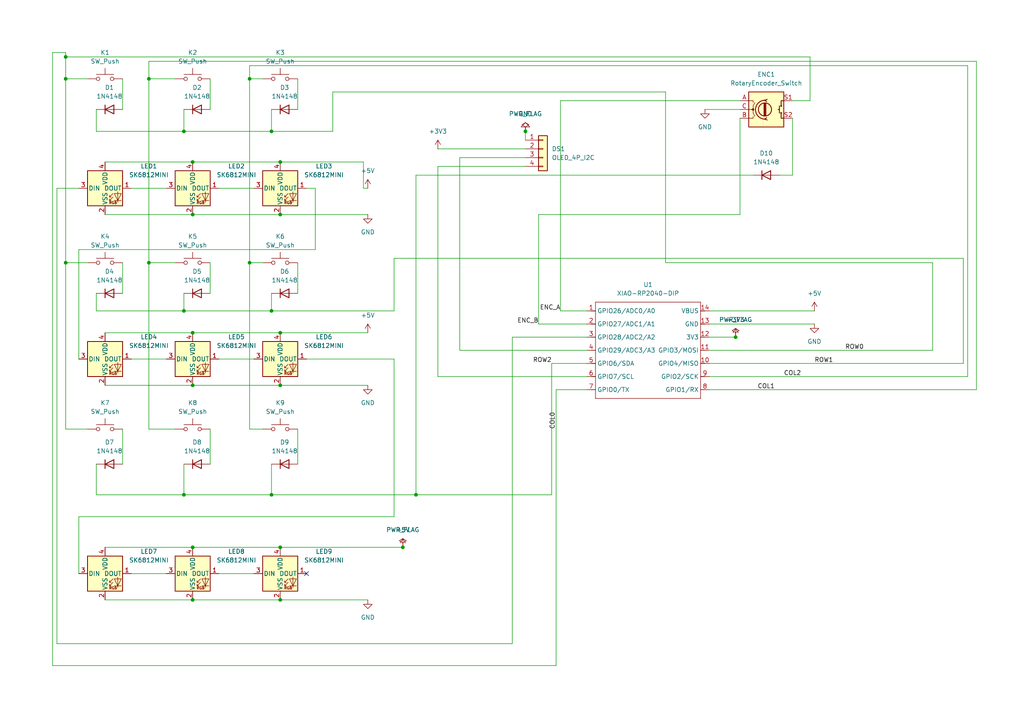
<source format=kicad_sch>
(kicad_sch (version 20250114) (generator "eeschema") (generator_version "9.0")
  (paper "A4")
  (lib_symbols
    (symbol "Connector_Generic:Conn_01x04" (pin_names (offset 1.016) (hide yes))
      (property "Reference" "DS1" (at 2.54 0.0001 0))
      (property "Value" "OLED_4P_I2C" (at 2.54 -2.5399 0))
      (symbol "Conn_01x04_1_1"
        (rectangle (start -1.27 3.81) (end 1.27 -6.35) (stroke (width 0.254)) (fill (type background)))
        (rectangle (start -1.27 2.667) (end 0 2.413) (stroke (width 0.1524)))
        (rectangle (start -1.27 0.127) (end 0 -0.127) (stroke (width 0.1524)))
        (rectangle (start -1.27 -2.413) (end 0 -2.667) (stroke (width 0.1524)))
        (rectangle (start -1.27 -4.953) (end 0 -5.207) (stroke (width 0.1524)))
        (pin passive line (at -5.08 2.54 0) (length 3.81) (name "GND") (number "1"))
        (pin passive line (at -5.08 0 0) (length 3.81) (name "VCC") (number "2"))
        (pin passive line (at -5.08 -2.54 0) (length 3.81) (name "SCL") (number "3"))
        (pin passive line (at -5.08 -5.08 0) (length 3.81) (name "SDA") (number "4"))
      )
    )
    (symbol "Device:RotaryEncoder_Switch" (pin_names (offset 0.254) (hide yes))
      (property "Reference" "SW" (at 0 6.604 0))
      (property "Value" "RotaryEncoder_Switch" (at 0 -6.604 0))
      (symbol "RotaryEncoder_Switch_0_1"
        (rectangle (start -5.08 5.08) (end 5.08 -5.08) (stroke (width 0.254)) (fill (type background)))
        (polyline (pts (xy -5.08 2.54) (xy -3.81 2.54) (xy -3.81 2.032)))
        (polyline (pts (xy -5.08 0) (xy -3.81 0) (xy -3.81 -1.016) (xy -3.302 -2.032)))
        (polyline (pts (xy -5.08 -2.54) (xy -3.81 -2.54) (xy -3.81 -2.032)))
        (polyline (pts (xy -4.318 0) (xy -3.81 0) (xy -3.81 1.016) (xy -3.302 2.032)))
        (circle (center -3.81 0) (radius 0.254) (fill (type outline)))
        (polyline (pts (xy -0.635 -1.778) (xy -0.635 1.778)) (stroke (width 0.254)))
        (circle (center -0.381 0) (radius 1.905) (stroke (width 0.254)))
        (polyline (pts (xy -0.381 -1.778) (xy -0.381 1.778)) (stroke (width 0.254)))
        (arc (start -0.381 -2.794) (mid -3.0988 -0.0635) (end -0.381 2.667) (stroke (width 0.254)))
        (polyline (pts (xy -0.127 1.778) (xy -0.127 -1.778)) (stroke (width 0.254)))
        (polyline (pts (xy 0.254 2.921) (xy -0.508 2.667) (xy 0.127 2.286)) (stroke (width 0.254)))
        (polyline (pts (xy 0.254 -3.048) (xy -0.508 -2.794) (xy 0.127 -2.413)) (stroke (width 0.254)))
        (polyline (pts (xy 3.81 1.016) (xy 3.81 -1.016)) (stroke (width 0.254)))
        (polyline (pts (xy 3.81 0) (xy 3.429 0)) (stroke (width 0.254)))
        (circle (center 4.318 1.016) (radius 0.127) (stroke (width 0.254)))
        (circle (center 4.318 -1.016) (radius 0.127) (stroke (width 0.254)))
        (polyline (pts (xy 5.08 2.54) (xy 4.318 2.54) (xy 4.318 1.016)) (stroke (width 0.254)))
        (polyline (pts (xy 5.08 -2.54) (xy 4.318 -2.54) (xy 4.318 -1.016)) (stroke (width 0.254)))
      )
      (symbol "RotaryEncoder_Switch_1_1"
        (pin passive line (at -7.62 2.54 0) (length 2.54) (name "A") (number "A"))
        (pin passive line (at -7.62 0 0) (length 2.54) (name "C") (number "C"))
        (pin passive line (at -7.62 -2.54 0) (length 2.54) (name "B") (number "B"))
        (pin passive line (at 7.62 2.54 180) (length 2.54) (name "S1") (number "S1"))
        (pin passive line (at 7.62 -2.54 180) (length 2.54) (name "S2") (number "S2"))
      )
    )
    (symbol "Diode:1N4148" (pin_numbers (hide yes)) (pin_names (hide yes))
      (property "Reference" "D" (at 0 2.54 0))
      (property "Value" "1N4148" (at 0 -2.54 0))
      (symbol "1N4148_0_1"
        (polyline (pts (xy -1.27 1.27) (xy -1.27 -1.27)) (stroke (width 0.254)))
        (polyline (pts (xy 1.27 1.27) (xy 1.27 -1.27) (xy -1.27 0) (xy 1.27 1.27)) (stroke (width 0.254)))
        (polyline (pts (xy 1.27 0) (xy -1.27 0)))
      )
      (symbol "1N4148_1_1"
        (pin passive line (at -3.81 0 0) (length 2.54) (name "K") (number "1"))
        (pin passive line (at 3.81 0 180) (length 2.54) (name "A") (number "2"))
      )
    )
    (symbol "LED:SK6812MINI" (pin_names (offset 0.254))
      (property "Reference" "D" (at 5.08 5.715 0))
      (property "Value" "SK6812MINI" (at 1.27 -5.715 0))
      (symbol "SK6812MINI_0_0"
        (text "RGB" (at 2.286 -4.191 0) (effects (font (size 0.762 0.762))))
      )
      (symbol "SK6812MINI_0_1"
        (polyline (pts (xy 1.27 -2.54) (xy 1.778 -2.54)))
        (polyline (pts (xy 1.27 -3.556) (xy 1.778 -3.556)))
        (polyline (pts (xy 2.286 -1.524) (xy 1.27 -2.54) (xy 1.27 -2.032)))
        (polyline (pts (xy 2.286 -2.54) (xy 1.27 -3.556) (xy 1.27 -3.048)))
        (polyline (pts (xy 3.683 -1.016) (xy 3.683 -3.556) (xy 3.683 -4.064)))
        (polyline (pts (xy 4.699 -1.524) (xy 2.667 -1.524) (xy 3.683 -3.556) (xy 4.699 -1.524)))
        (polyline (pts (xy 4.699 -3.556) (xy 2.667 -3.556)))
        (rectangle (start 5.08 5.08) (end -5.08 -5.08) (stroke (width 0.254)) (fill (type background)))
      )
      (symbol "SK6812MINI_1_1"
        (pin input line (at -7.62 0 0) (length 2.54) (name "DIN") (number "3"))
        (pin power_in line (at 0 7.62 270) (length 2.54) (name "VDD") (number "4"))
        (pin power_in line (at 0 -7.62 90) (length 2.54) (name "VSS") (number "2"))
        (pin output line (at 7.62 0 180) (length 2.54) (name "DOUT") (number "1"))
      )
    )
    (symbol "OPL:XIAO-RP2040-DIP"
      (property "Reference" "U" (at 0 0 0))
      (property "Value" "XIAO-RP2040-DIP" (at 5.334 -1.778 0))
      (symbol "XIAO-RP2040-DIP_1_0"
        (polyline (pts (xy -1.27 -2.54) (xy 29.21 -2.54)) (stroke (width 0.1524)))
        (polyline (pts (xy -1.27 -5.08) (xy -2.54 -5.08)) (stroke (width 0.1524)))
        (polyline (pts (xy -1.27 -5.08) (xy -1.27 -2.54)) (stroke (width 0.1524)))
        (polyline (pts (xy -1.27 -8.89) (xy -2.54 -8.89)) (stroke (width 0.1524)))
        (polyline (pts (xy -1.27 -8.89) (xy -1.27 -5.08)) (stroke (width 0.1524)))
        (polyline (pts (xy -1.27 -12.7) (xy -2.54 -12.7)) (stroke (width 0.1524)))
        (polyline (pts (xy -1.27 -12.7) (xy -1.27 -8.89)) (stroke (width 0.1524)))
        (polyline (pts (xy -1.27 -16.51) (xy -2.54 -16.51)) (stroke (width 0.1524)))
        (polyline (pts (xy -1.27 -16.51) (xy -1.27 -12.7)) (stroke (width 0.1524)))
        (polyline (pts (xy -1.27 -20.32) (xy -2.54 -20.32)) (stroke (width 0.1524)))
        (polyline (pts (xy -1.27 -24.13) (xy -2.54 -24.13)) (stroke (width 0.1524)))
        (polyline (pts (xy -1.27 -27.94) (xy -2.54 -27.94)) (stroke (width 0.1524)))
        (polyline (pts (xy -1.27 -30.48) (xy -1.27 -16.51)) (stroke (width 0.1524)))
        (polyline (pts (xy 29.21 -2.54) (xy 29.21 -5.08)) (stroke (width 0.1524)))
        (polyline (pts (xy 29.21 -5.08) (xy 29.21 -8.89)) (stroke (width 0.1524)))
        (polyline (pts (xy 29.21 -8.89) (xy 29.21 -12.7)) (stroke (width 0.1524)))
        (polyline (pts (xy 29.21 -12.7) (xy 29.21 -30.48)) (stroke (width 0.1524)))
        (polyline (pts (xy 29.21 -30.48) (xy -1.27 -30.48)) (stroke (width 0.1524)))
        (polyline (pts (xy 30.48 -5.08) (xy 29.21 -5.08)) (stroke (width 0.1524)))
        (polyline (pts (xy 30.48 -8.89) (xy 29.21 -8.89)) (stroke (width 0.1524)))
        (polyline (pts (xy 30.48 -12.7) (xy 29.21 -12.7)) (stroke (width 0.1524)))
        (polyline (pts (xy 30.48 -16.51) (xy 29.21 -16.51)) (stroke (width 0.1524)))
        (polyline (pts (xy 30.48 -20.32) (xy 29.21 -20.32)) (stroke (width 0.1524)))
        (polyline (pts (xy 30.48 -24.13) (xy 29.21 -24.13)) (stroke (width 0.1524)))
        (polyline (pts (xy 30.48 -27.94) (xy 29.21 -27.94)) (stroke (width 0.1524)))
        (pin passive line (at -3.81 -5.08 0) (length 2.54) (name "GPIO26/ADC0/A0") (number "1"))
        (pin passive line (at -3.81 -8.89 0) (length 2.54) (name "GPIO27/ADC1/A1") (number "2"))
        (pin passive line (at -3.81 -12.7 0) (length 2.54) (name "GPIO28/ADC2/A2") (number "3"))
        (pin passive line (at -3.81 -16.51 0) (length 2.54) (name "GPIO29/ADC3/A3") (number "4"))
        (pin passive line (at -3.81 -20.32 0) (length 2.54) (name "GPIO6/SDA") (number "5"))
        (pin passive line (at -3.81 -24.13 0) (length 2.54) (name "GPIO7/SCL") (number "6"))
        (pin passive line (at -3.81 -27.94 0) (length 2.54) (name "GPIO0/TX") (number "7"))
        (pin passive line (at 31.75 -5.08 180) (length 2.54) (name "VBUS") (number "14"))
        (pin passive line (at 31.75 -8.89 180) (length 2.54) (name "GND") (number "13"))
        (pin passive line (at 31.75 -12.7 180) (length 2.54) (name "3V3") (number "12"))
        (pin passive line (at 31.75 -16.51 180) (length 2.54) (name "GPIO3/MOSI") (number "11"))
        (pin passive line (at 31.75 -20.32 180) (length 2.54) (name "GPIO4/MISO") (number "10"))
        (pin passive line (at 31.75 -24.13 180) (length 2.54) (name "GPIO2/SCK") (number "9"))
        (pin passive line (at 31.75 -27.94 180) (length 2.54) (name "GPIO1/RX") (number "8"))
      )
    )
    (symbol "Switch:SW_Push" (pin_numbers (hide yes)) (pin_names (offset 1.016) (hide yes))
      (property "Reference" "SW" (at 1.27 2.54 0))
      (property "Value" "SW_Push" (at 0 -1.524 0))
      (symbol "SW_Push_0_1"
        (circle (center -2.032 0) (radius 0.508))
        (polyline (pts (xy 0 1.27) (xy 0 3.048)))
        (circle (center 2.032 0) (radius 0.508))
        (polyline (pts (xy 2.54 1.27) (xy -2.54 1.27)))
        (pin passive line (at -5.08 0 0) (length 2.54) (name "1") (number "1"))
        (pin passive line (at 5.08 0 180) (length 2.54) (name "2") (number "2"))
      )
    )
    (symbol "power:+3V3" (power) (pin_numbers (hide yes)) (pin_names (offset 0) (hide yes))
      (property "Value" "+3V3" (at 0 3.556 0))
      (symbol "+3V3_0_1"
        (polyline (pts (xy -0.762 1.27) (xy 0 2.54)))
        (polyline (pts (xy 0 2.54) (xy 0.762 1.27)))
        (polyline (pts (xy 0 0) (xy 0 2.54)))
      )
      (symbol "+3V3_1_1"
        (pin power_in line (at 0 0 90) (length 0) (name "~") (number "1"))
      )
    )
    (symbol "power:+5V" (power) (pin_numbers (hide yes)) (pin_names (offset 0) (hide yes))
      (property "Value" "+5V" (at 0 3.556 0))
      (symbol "+5V_0_1"
        (polyline (pts (xy -0.762 1.27) (xy 0 2.54)))
        (polyline (pts (xy 0 2.54) (xy 0.762 1.27)))
        (polyline (pts (xy 0 0) (xy 0 2.54)))
      )
      (symbol "+5V_1_1"
        (pin power_in line (at 0 0 90) (length 0) (name "~") (number "1"))
      )
    )
    (symbol "power:GND" (power) (pin_numbers (hide yes)) (pin_names (offset 0) (hide yes))
      (property "Value" "GND" (at 0 -3.81 0))
      (symbol "GND_0_1"
        (polyline (pts (xy 0 0) (xy 0 -1.27) (xy 1.27 -1.27) (xy 0 -2.54) (xy -1.27 -1.27) (xy 0 -1.27)))
      )
      (symbol "GND_1_1"
        (pin power_in line (at 0 0 270) (length 0) (name "~") (number "1"))
      )
    )
    (symbol "power:PWR_FLAG" (power) (pin_numbers (hide yes)) (pin_names (offset 0) (hide yes))
      (property "Value" "PWR_FLAG" (at 0 3.81 0))
      (symbol "PWR_FLAG_0_0"
        (pin power_out line (at 0 0 90) (length 0) (name "~") (number "1"))
      )
      (symbol "PWR_FLAG_0_1"
        (polyline (pts (xy 0 0) (xy 0 1.27) (xy -1.016 1.905) (xy 0 2.54) (xy 1.016 1.905) (xy 0 1.27)))
      )
    )
  )
  (junction (at 81.28 62.23))
  (junction (at 19.05 16.51))
  (junction (at 81.28 111.76))
  (junction (at 213.36 97.79))
  (junction (at 55.88 46.99))
  (junction (at 81.28 158.75))
  (junction (at 81.28 96.52))
  (junction (at 55.88 173.99))
  (junction (at 78.74 38.1))
  (junction (at 55.88 96.52))
  (junction (at 19.05 22.86))
  (junction (at 72.39 76.2))
  (junction (at 53.34 38.1))
  (junction (at 55.88 62.23))
  (junction (at 81.28 46.99))
  (junction (at 43.18 22.86))
  (junction (at 55.88 158.75))
  (junction (at 53.34 90.17))
  (junction (at 72.39 22.86))
  (junction (at 55.88 111.76))
  (junction (at 19.05 76.2))
  (junction (at 78.74 90.17))
  (junction (at 152.4 38.1))
  (junction (at 120.65 143.51))
  (junction (at 43.18 76.2))
  (junction (at 81.28 173.99))
  (junction (at 78.74 143.51))
  (junction (at 53.34 143.51))
  (junction (at 116.84 158.75))
  (no_connect (at 88.9 166.37))
  (wire (pts (xy 105.41 54.61) (xy 105.41 46.99)))
  (wire (pts (xy 63.5 104.14) (xy 73.66 104.14)))
  (wire (pts (xy 43.18 17.78) (xy 283.21 17.78)))
  (wire (pts (xy 114.3 90.17) (xy 78.74 90.17)))
  (wire (pts (xy 53.34 143.51) (xy 78.74 143.51)))
  (wire (pts (xy 15.24 193.04) (xy 15.24 15.24)))
  (wire (pts (xy 72.39 124.46) (xy 72.39 76.2)))
  (wire (pts (xy 55.88 62.23) (xy 81.28 62.23)))
  (wire (pts (xy 205.74 109.22) (xy 280.67 109.22)))
  (wire (pts (xy 193.04 76.2) (xy 270.51 76.2)))
  (wire (pts (xy 78.74 85.09) (xy 78.74 90.17)))
  (wire (pts (xy 78.74 143.51) (xy 120.65 143.51)))
  (wire (pts (xy 161.29 193.04) (xy 15.24 193.04)))
  (wire (pts (xy 55.88 96.52) (xy 81.28 96.52)))
  (wire (pts (xy 81.28 173.99) (xy 106.68 173.99)))
  (wire (pts (xy 81.28 96.52) (xy 106.68 96.52)))
  (wire (pts (xy 27.94 85.09) (xy 27.94 90.17)))
  (wire (pts (xy 30.48 96.52) (xy 55.88 96.52)))
  (wire (pts (xy 156.21 93.98) (xy 156.21 62.23)))
  (wire (pts (xy 19.05 22.86) (xy 19.05 76.2)))
  (wire (pts (xy 19.05 124.46) (xy 25.4 124.46)))
  (wire (pts (xy 229.87 50.8) (xy 226.06 50.8)))
  (wire (pts (xy 120.65 50.8) (xy 120.65 143.51)))
  (wire (pts (xy 55.88 158.75) (xy 81.28 158.75)))
  (wire (pts (xy 16.51 54.61) (xy 22.86 54.61)))
  (wire (pts (xy 55.88 111.76) (xy 81.28 111.76)))
  (wire (pts (xy 88.9 104.14) (xy 114.3 104.14)))
  (wire (pts (xy 81.28 158.75) (xy 116.84 158.75)))
  (wire (pts (xy 27.94 38.1) (xy 53.34 38.1)))
  (wire (pts (xy 60.96 76.2) (xy 60.96 85.09)))
  (wire (pts (xy 86.36 76.2) (xy 86.36 85.09)))
  (wire (pts (xy 105.41 54.61) (xy 106.68 54.61)))
  (wire (pts (xy 86.36 22.86) (xy 86.36 31.75)))
  (wire (pts (xy 205.74 90.17) (xy 236.22 90.17)))
  (wire (pts (xy 78.74 31.75) (xy 78.74 38.1)))
  (wire (pts (xy 55.88 46.99) (xy 81.28 46.99)))
  (wire (pts (xy 72.39 76.2) (xy 72.39 22.86)))
  (wire (pts (xy 35.56 76.2) (xy 35.56 85.09)))
  (wire (pts (xy 156.21 62.23) (xy 214.63 62.23)))
  (wire (pts (xy 19.05 22.86) (xy 25.4 22.86)))
  (wire (pts (xy 38.1 166.37) (xy 48.26 166.37)))
  (wire (pts (xy 72.39 22.86) (xy 72.39 19.05)))
  (wire (pts (xy 86.36 124.46) (xy 86.36 134.62)))
  (wire (pts (xy 53.34 85.09) (xy 53.34 90.17)))
  (wire (pts (xy 88.9 54.61) (xy 91.44 54.61)))
  (wire (pts (xy 170.18 113.03) (xy 161.29 113.03)))
  (wire (pts (xy 96.52 38.1) (xy 78.74 38.1)))
  (wire (pts (xy 133.35 45.72) (xy 133.35 101.6)))
  (wire (pts (xy 161.29 113.03) (xy 161.29 193.04)))
  (wire (pts (xy 218.44 50.8) (xy 120.65 50.8)))
  (wire (pts (xy 114.3 149.86) (xy 22.86 149.86)))
  (wire (pts (xy 162.56 90.17) (xy 170.18 90.17)))
  (wire (pts (xy 162.56 29.21) (xy 214.63 29.21)))
  (wire (pts (xy 205.74 113.03) (xy 283.21 113.03)))
  (wire (pts (xy 214.63 34.29) (xy 214.63 62.23)))
  (wire (pts (xy 81.28 62.23) (xy 106.68 62.23)))
  (wire (pts (xy 205.74 97.79) (xy 213.36 97.79)))
  (wire (pts (xy 60.96 22.86) (xy 60.96 31.75)))
  (wire (pts (xy 162.56 90.17) (xy 162.56 29.21)))
  (wire (pts (xy 30.48 62.23) (xy 55.88 62.23)))
  (wire (pts (xy 127 43.18) (xy 152.4 43.18)))
  (wire (pts (xy 160.02 105.41) (xy 160.02 143.51)))
  (wire (pts (xy 127 48.26) (xy 127 109.22)))
  (wire (pts (xy 22.86 149.86) (xy 22.86 166.37)))
  (wire (pts (xy 283.21 17.78) (xy 283.21 113.03)))
  (wire (pts (xy 53.34 31.75) (xy 53.34 38.1)))
  (wire (pts (xy 72.39 76.2) (xy 76.2 76.2)))
  (wire (pts (xy 229.87 34.29) (xy 229.87 50.8)))
  (wire (pts (xy 19.05 16.51) (xy 234.95 16.51)))
  (wire (pts (xy 234.95 29.21) (xy 229.87 29.21)))
  (wire (pts (xy 133.35 101.6) (xy 170.18 101.6)))
  (wire (pts (xy 156.21 93.98) (xy 170.18 93.98)))
  (wire (pts (xy 78.74 134.62) (xy 78.74 143.51)))
  (wire (pts (xy 43.18 22.86) (xy 43.18 76.2)))
  (wire (pts (xy 19.05 15.24) (xy 19.05 16.51)))
  (wire (pts (xy 114.3 104.14) (xy 114.3 149.86)))
  (wire (pts (xy 105.41 46.99) (xy 81.28 46.99)))
  (wire (pts (xy 19.05 76.2) (xy 25.4 76.2)))
  (wire (pts (xy 234.95 16.51) (xy 234.95 29.21)))
  (wire (pts (xy 22.86 72.39) (xy 22.86 104.14)))
  (wire (pts (xy 152.4 45.72) (xy 133.35 45.72)))
  (wire (pts (xy 53.34 90.17) (xy 78.74 90.17)))
  (wire (pts (xy 127 109.22) (xy 170.18 109.22)))
  (wire (pts (xy 27.94 143.51) (xy 53.34 143.51)))
  (wire (pts (xy 205.74 93.98) (xy 236.22 93.98)))
  (wire (pts (xy 38.1 104.14) (xy 48.26 104.14)))
  (wire (pts (xy 16.51 54.61) (xy 16.51 186.69)))
  (wire (pts (xy 43.18 76.2) (xy 50.8 76.2)))
  (wire (pts (xy 30.48 111.76) (xy 55.88 111.76)))
  (wire (pts (xy 53.34 134.62) (xy 53.34 143.51)))
  (wire (pts (xy 43.18 17.78) (xy 43.18 22.86)))
  (wire (pts (xy 96.52 26.67) (xy 96.52 38.1)))
  (wire (pts (xy 15.24 15.24) (xy 19.05 15.24)))
  (wire (pts (xy 19.05 16.51) (xy 19.05 22.86)))
  (wire (pts (xy 270.51 76.2) (xy 270.51 101.6)))
  (wire (pts (xy 72.39 19.05) (xy 280.67 19.05)))
  (wire (pts (xy 279.4 74.93) (xy 279.4 105.41)))
  (wire (pts (xy 160.02 105.41) (xy 170.18 105.41)))
  (wire (pts (xy 72.39 124.46) (xy 76.2 124.46)))
  (wire (pts (xy 60.96 124.46) (xy 60.96 134.62)))
  (wire (pts (xy 205.74 105.41) (xy 279.4 105.41)))
  (wire (pts (xy 120.65 143.51) (xy 160.02 143.51)))
  (wire (pts (xy 43.18 22.86) (xy 50.8 22.86)))
  (wire (pts (xy 30.48 46.99) (xy 55.88 46.99)))
  (wire (pts (xy 280.67 19.05) (xy 280.67 109.22)))
  (wire (pts (xy 43.18 76.2) (xy 43.18 124.46)))
  (wire (pts (xy 205.74 101.6) (xy 270.51 101.6)))
  (wire (pts (xy 279.4 74.93) (xy 114.3 74.93)))
  (wire (pts (xy 81.28 111.76) (xy 106.68 111.76)))
  (wire (pts (xy 55.88 173.99) (xy 81.28 173.99)))
  (wire (pts (xy 148.59 97.79) (xy 148.59 186.69)))
  (wire (pts (xy 152.4 48.26) (xy 127 48.26)))
  (wire (pts (xy 63.5 54.61) (xy 73.66 54.61)))
  (wire (pts (xy 170.18 97.79) (xy 148.59 97.79)))
  (wire (pts (xy 27.94 134.62) (xy 27.94 143.51)))
  (wire (pts (xy 193.04 26.67) (xy 96.52 26.67)))
  (wire (pts (xy 91.44 54.61) (xy 91.44 72.39)))
  (wire (pts (xy 30.48 158.75) (xy 55.88 158.75)))
  (wire (pts (xy 114.3 74.93) (xy 114.3 90.17)))
  (wire (pts (xy 19.05 76.2) (xy 19.05 124.46)))
  (wire (pts (xy 38.1 54.61) (xy 48.26 54.61)))
  (wire (pts (xy 43.18 124.46) (xy 50.8 124.46)))
  (wire (pts (xy 204.47 31.75) (xy 214.63 31.75)))
  (wire (pts (xy 63.5 166.37) (xy 73.66 166.37)))
  (wire (pts (xy 193.04 26.67) (xy 193.04 76.2)))
  (wire (pts (xy 91.44 72.39) (xy 22.86 72.39)))
  (wire (pts (xy 152.4 38.1) (xy 152.4 40.64)))
  (wire (pts (xy 53.34 38.1) (xy 78.74 38.1)))
  (wire (pts (xy 27.94 31.75) (xy 27.94 38.1)))
  (wire (pts (xy 35.56 22.86) (xy 35.56 31.75)))
  (wire (pts (xy 35.56 124.46) (xy 35.56 134.62)))
  (wire (pts (xy 30.48 173.99) (xy 55.88 173.99)))
  (wire (pts (xy 148.59 186.69) (xy 16.51 186.69)))
  (wire (pts (xy 72.39 22.86) (xy 76.2 22.86)))
  (wire (pts (xy 27.94 90.17) (xy 53.34 90.17)))
  (label "COL1" (at 219.71 113.03 0))
  (label "COL0" (at 161.29 124.46 90))
  (label "ROW1" (at 236.22 105.41 0))
  (label "ROW0" (at 245.11 101.6 0))
  (label "ENC_B" (at 156.21 93.98 180))
  (label "ROW2" (at 160.02 105.41 180))
  (label "ENC_A" (at 162.56 90.17 180))
  (label "COL2" (at 227.33 109.22 0))
  (symbol (lib_id "OPL:XIAO-RP2040-DIP") (at 173.99 85.09 0) (unit 1)
    (property "Reference" "U1" (at 187.96 82.55 0))
    (property "Value" "XIAO-RP2040-DIP" (at 187.96 85.09 0))
    (property "Footprint" "OPL:XIAO-RP2040-DIP" (effects (hide yes)))
  )
  (symbol (lib_id "power:GND") (at 106.68 62.23 0) (unit 1)
    (property "Reference" "#PWR011" (effects (hide yes)))
    (property "Value" "GND" (at 106.68 67.31 0))
    (property "Description" "Power symbol creates a global label with name \"GND\" , ground" (effects (hide yes)))
  )
  (symbol (lib_id "Switch:SW_Push") (at 30.48 22.86 0) (unit 1)
    (property "Reference" "K1" (at 30.48 15.24 0))
    (property "Value" "SW_Push" (at 30.48 17.78 0))
    (property "Footprint" "Button_Switch_Keyboard:SW_Cherry_MX_1.00u_PCB" (effects (hide yes)))
    (property "Description" "Push button switch, generic, two pins" (effects (hide yes)))
  )
  (symbol (lib_id "power:GND") (at 106.68 173.99 0) (unit 1)
    (property "Reference" "#PWR013" (effects (hide yes)))
    (property "Value" "GND" (at 106.68 179.07 0))
    (property "Description" "Power symbol creates a global label with name \"GND\" , ground" (effects (hide yes)))
  )
  (symbol (lib_id "Diode:1N4148") (at 82.55 31.75 0) (unit 1)
    (property "Reference" "D3" (at 82.55 25.4 0))
    (property "Value" "1N4148" (at 82.55 27.94 0))
    (property "Footprint" "Diode_THT:D_DO-41_SOD81_P10.16mm_Horizontal" (effects (hide yes)))
    (property "Datasheet" "https://assets.nexperia.com/documents/data-sheet/1N4148_1N4448.pdf" (effects (hide yes)))
    (property "Description" "100V 0.15A standard switching diode, DO-35" (effects (hide yes)))
    (property "Sim.Device" "D" (effects (hide yes)))
    (property "Sim.Pins" "1=K 2=A" (effects (hide yes)))
  )
  (symbol (lib_id "Diode:1N4148") (at 31.75 85.09 0) (unit 1)
    (property "Reference" "D4" (at 31.75 78.74 0))
    (property "Value" "1N4148" (at 31.75 81.28 0))
    (property "Footprint" "Diode_THT:D_DO-41_SOD81_P10.16mm_Horizontal" (effects (hide yes)))
    (property "Datasheet" "https://assets.nexperia.com/documents/data-sheet/1N4148_1N4448.pdf" (effects (hide yes)))
    (property "Description" "100V 0.15A standard switching diode, DO-35" (effects (hide yes)))
    (property "Sim.Device" "D" (effects (hide yes)))
    (property "Sim.Pins" "1=K 2=A" (effects (hide yes)))
  )
  (symbol (lib_id "Diode:1N4148") (at 57.15 134.62 0) (unit 1)
    (property "Reference" "D8" (at 57.15 128.27 0))
    (property "Value" "1N4148" (at 57.15 130.81 0))
    (property "Footprint" "Diode_THT:D_DO-41_SOD81_P10.16mm_Horizontal" (effects (hide yes)))
    (property "Datasheet" "https://assets.nexperia.com/documents/data-sheet/1N4148_1N4448.pdf" (effects (hide yes)))
    (property "Description" "100V 0.15A standard switching diode, DO-35" (effects (hide yes)))
    (property "Sim.Device" "D" (effects (hide yes)))
    (property "Sim.Pins" "1=K 2=A" (effects (hide yes)))
  )
  (symbol (lib_id "Switch:SW_Push") (at 81.28 76.2 0) (unit 1)
    (property "Reference" "K6" (at 81.28 68.58 0))
    (property "Value" "SW_Push" (at 81.28 71.12 0))
    (property "Footprint" "Button_Switch_Keyboard:SW_Cherry_MX_1.00u_PCB" (effects (hide yes)))
    (property "Description" "Push button switch, generic, two pins" (effects (hide yes)))
  )
  (symbol (lib_id "LED:SK6812MINI") (at 55.88 166.37 0) (unit 1)
    (property "Reference" "LED8" (at 68.58 159.9498 0))
    (property "Value" "SK6812MINI" (at 68.58 162.4898 0))
    (property "Footprint" "LED_SMD:LED_SK6812MINI_PLCC4_3.5x3.5mm_P1.75mm" (effects (hide yes)))
    (property "Datasheet" "https://cdn-shop.adafruit.com/product-files/2686/SK6812MINI_REV.01-1-2.pdf" (effects (hide yes)))
    (property "Description" "RGB LED with integrated controller" (effects (hide yes)))
  )
  (symbol (lib_id "LED:SK6812MINI") (at 30.48 104.14 0) (unit 1)
    (property "Reference" "LED4" (at 43.18 97.7198 0))
    (property "Value" "SK6812MINI" (at 43.18 100.2598 0))
    (property "Footprint" "LED_SMD:LED_SK6812MINI_PLCC4_3.5x3.5mm_P1.75mm" (effects (hide yes)))
    (property "Datasheet" "https://cdn-shop.adafruit.com/product-files/2686/SK6812MINI_REV.01-1-2.pdf" (effects (hide yes)))
    (property "Description" "RGB LED with integrated controller" (effects (hide yes)))
  )
  (symbol (lib_id "power:+5V") (at 116.84 158.75 0) (unit 1)
    (property "Reference" "#PWR01" (effects (hide yes)))
    (property "Value" "+5V" (at 116.84 153.67 0))
    (property "Description" "Power symbol creates a global label with name \"+5V\"" (effects (hide yes)))
  )
  (symbol (lib_id "power:PWR_FLAG") (at 116.84 158.75 0) (unit 1)
    (property "Reference" "#FLG02" (effects (hide yes)))
    (property "Value" "PWR_FLAG" (at 116.84 153.67 0))
    (property "Description" "Special symbol for telling ERC where power comes from" (effects (hide yes)))
  )
  (symbol (lib_id "LED:SK6812MINI") (at 30.48 166.37 0) (unit 1)
    (property "Reference" "LED7" (at 43.18 159.9498 0))
    (property "Value" "SK6812MINI" (at 43.18 162.4898 0))
    (property "Footprint" "LED_SMD:LED_SK6812MINI_PLCC4_3.5x3.5mm_P1.75mm" (effects (hide yes)))
    (property "Datasheet" "https://cdn-shop.adafruit.com/product-files/2686/SK6812MINI_REV.01-1-2.pdf" (effects (hide yes)))
    (property "Description" "RGB LED with integrated controller" (effects (hide yes)))
  )
  (symbol (lib_id "power:GND") (at 204.47 31.75 0) (unit 1)
    (property "Reference" "#PWR010" (effects (hide yes)))
    (property "Value" "GND" (at 204.47 36.83 0))
    (property "Description" "Power symbol creates a global label with name \"GND\" , ground" (effects (hide yes)))
  )
  (symbol (lib_id "Diode:1N4148") (at 57.15 85.09 0) (unit 1)
    (property "Reference" "D5" (at 57.15 78.74 0))
    (property "Value" "1N4148" (at 57.15 81.28 0))
    (property "Footprint" "Diode_THT:D_DO-41_SOD81_P10.16mm_Horizontal" (effects (hide yes)))
    (property "Datasheet" "https://assets.nexperia.com/documents/data-sheet/1N4148_1N4448.pdf" (effects (hide yes)))
    (property "Description" "100V 0.15A standard switching diode, DO-35" (effects (hide yes)))
    (property "Sim.Device" "D" (effects (hide yes)))
    (property "Sim.Pins" "1=K 2=A" (effects (hide yes)))
  )
  (symbol (lib_id "Diode:1N4148") (at 31.75 31.75 0) (unit 1)
    (property "Reference" "D1" (at 31.75 25.4 0))
    (property "Value" "1N4148" (at 31.75 27.94 0))
    (property "Footprint" "Diode_THT:D_DO-41_SOD81_P10.16mm_Horizontal" (effects (hide yes)))
    (property "Datasheet" "https://assets.nexperia.com/documents/data-sheet/1N4148_1N4448.pdf" (effects (hide yes)))
    (property "Description" "100V 0.15A standard switching diode, DO-35" (effects (hide yes)))
    (property "Sim.Device" "D" (effects (hide yes)))
    (property "Sim.Pins" "1=K 2=A" (effects (hide yes)))
  )
  (symbol (lib_id "Diode:1N4148") (at 82.55 134.62 0) (unit 1)
    (property "Reference" "D9" (at 82.55 128.27 0))
    (property "Value" "1N4148" (at 82.55 130.81 0))
    (property "Footprint" "Diode_THT:D_DO-41_SOD81_P10.16mm_Horizontal" (effects (hide yes)))
    (property "Datasheet" "https://assets.nexperia.com/documents/data-sheet/1N4148_1N4448.pdf" (effects (hide yes)))
    (property "Description" "100V 0.15A standard switching diode, DO-35" (effects (hide yes)))
    (property "Sim.Device" "D" (effects (hide yes)))
    (property "Sim.Pins" "1=K 2=A" (effects (hide yes)))
  )
  (symbol (lib_id "Diode:1N4148") (at 57.15 31.75 0) (unit 1)
    (property "Reference" "D2" (at 57.15 25.4 0))
    (property "Value" "1N4148" (at 57.15 27.94 0))
    (property "Footprint" "Diode_THT:D_DO-41_SOD81_P10.16mm_Horizontal" (effects (hide yes)))
    (property "Datasheet" "https://assets.nexperia.com/documents/data-sheet/1N4148_1N4448.pdf" (effects (hide yes)))
    (property "Description" "100V 0.15A standard switching diode, DO-35" (effects (hide yes)))
    (property "Sim.Device" "D" (effects (hide yes)))
    (property "Sim.Pins" "1=K 2=A" (effects (hide yes)))
  )
  (symbol (lib_id "Diode:1N4148") (at 222.25 50.8 0) (unit 1)
    (property "Reference" "D10" (at 222.25 44.45 0))
    (property "Value" "1N4148" (at 222.25 46.99 0))
    (property "Footprint" "Diode_THT:D_DO-41_SOD81_P10.16mm_Horizontal" (effects (hide yes)))
    (property "Datasheet" "https://assets.nexperia.com/documents/data-sheet/1N4148_1N4448.pdf" (effects (hide yes)))
    (property "Description" "100V 0.15A standard switching diode, DO-35" (effects (hide yes)))
    (property "Sim.Device" "D" (effects (hide yes)))
    (property "Sim.Pins" "1=K 2=A" (effects (hide yes)))
  )
  (symbol (lib_id "Switch:SW_Push") (at 55.88 124.46 0) (unit 1)
    (property "Reference" "K8" (at 55.88 116.84 0))
    (property "Value" "SW_Push" (at 55.88 119.38 0))
    (property "Footprint" "Button_Switch_Keyboard:SW_Cherry_MX_1.00u_PCB" (effects (hide yes)))
    (property "Description" "Push button switch, generic, two pins" (effects (hide yes)))
  )
  (symbol (lib_id "power:GND") (at 236.22 93.98 0) (unit 1)
    (property "Reference" "#PWR03" (effects (hide yes)))
    (property "Value" "GND" (at 236.22 99.06 0))
    (property "Description" "Power symbol creates a global label with name \"GND\" , ground" (effects (hide yes)))
  )
  (symbol (lib_id "power:+5V") (at 106.68 96.52 0) (unit 1)
    (property "Reference" "#PWR04" (effects (hide yes)))
    (property "Value" "+5V" (at 106.68 91.44 0))
    (property "Description" "Power symbol creates a global label with name \"+5V\"" (effects (hide yes)))
  )
  (symbol (lib_id "LED:SK6812MINI") (at 55.88 104.14 0) (unit 1)
    (property "Reference" "LED5" (at 68.58 97.7198 0))
    (property "Value" "SK6812MINI" (at 68.58 100.2598 0))
    (property "Footprint" "LED_SMD:LED_SK6812MINI_PLCC4_3.5x3.5mm_P1.75mm" (effects (hide yes)))
    (property "Datasheet" "https://cdn-shop.adafruit.com/product-files/2686/SK6812MINI_REV.01-1-2.pdf" (effects (hide yes)))
    (property "Description" "RGB LED with integrated controller" (effects (hide yes)))
  )
  (symbol (lib_id "LED:SK6812MINI") (at 55.88 54.61 0) (unit 1)
    (property "Reference" "LED2" (at 68.58 48.1898 0))
    (property "Value" "SK6812MINI" (at 68.58 50.7298 0))
    (property "Footprint" "LED_SMD:LED_SK6812MINI_PLCC4_3.5x3.5mm_P1.75mm" (effects (hide yes)))
    (property "Datasheet" "https://cdn-shop.adafruit.com/product-files/2686/SK6812MINI_REV.01-1-2.pdf" (effects (hide yes)))
    (property "Description" "RGB LED with integrated controller" (effects (hide yes)))
  )
  (symbol (lib_id "power:+3V3") (at 127 43.18 0) (unit 1)
    (property "Reference" "#PWR08" (effects (hide yes)))
    (property "Value" "+3V3" (at 127 38.1 0))
    (property "Description" "Power symbol creates a global label with name \"+3V3\"" (effects (hide yes)))
  )
  (symbol (lib_id "Diode:1N4148") (at 82.55 85.09 0) (unit 1)
    (property "Reference" "D6" (at 82.55 78.74 0))
    (property "Value" "1N4148" (at 82.55 81.28 0))
    (property "Footprint" "Diode_THT:D_DO-41_SOD81_P10.16mm_Horizontal" (effects (hide yes)))
    (property "Datasheet" "https://assets.nexperia.com/documents/data-sheet/1N4148_1N4448.pdf" (effects (hide yes)))
    (property "Description" "100V 0.15A standard switching diode, DO-35" (effects (hide yes)))
    (property "Sim.Device" "D" (effects (hide yes)))
    (property "Sim.Pins" "1=K 2=A" (effects (hide yes)))
  )
  (symbol (lib_id "power:GND") (at 106.68 111.76 0) (unit 1)
    (property "Reference" "#PWR012" (effects (hide yes)))
    (property "Value" "GND" (at 106.68 116.84 0))
    (property "Description" "Power symbol creates a global label with name \"GND\" , ground" (effects (hide yes)))
  )
  (symbol (lib_id "power:+5V") (at 106.68 54.61 0) (unit 1)
    (property "Reference" "#PWR05" (effects (hide yes)))
    (property "Value" "+5V" (at 106.68 49.53 0))
    (property "Description" "Power symbol creates a global label with name \"+5V\"" (effects (hide yes)))
  )
  (symbol (lib_id "LED:SK6812MINI") (at 81.28 166.37 0) (unit 1)
    (property "Reference" "LED9" (at 93.98 159.9498 0))
    (property "Value" "SK6812MINI" (at 93.98 162.4898 0))
    (property "Footprint" "LED_SMD:LED_SK6812MINI_PLCC4_3.5x3.5mm_P1.75mm" (effects (hide yes)))
    (property "Datasheet" "https://cdn-shop.adafruit.com/product-files/2686/SK6812MINI_REV.01-1-2.pdf" (effects (hide yes)))
    (property "Description" "RGB LED with integrated controller" (effects (hide yes)))
  )
  (symbol (lib_id "power:PWR_FLAG") (at 213.36 97.79 0) (unit 1)
    (property "Reference" "#FLG01" (effects (hide yes)))
    (property "Value" "PWR_FLAG" (at 213.36 92.71 0))
    (property "Description" "Special symbol for telling ERC where power comes from" (effects (hide yes)))
  )
  (symbol (lib_id "Switch:SW_Push") (at 55.88 76.2 0) (unit 1)
    (property "Reference" "K5" (at 55.88 68.58 0))
    (property "Value" "SW_Push" (at 55.88 71.12 0))
    (property "Footprint" "Button_Switch_Keyboard:SW_Cherry_MX_1.00u_PCB" (effects (hide yes)))
    (property "Description" "Push button switch, generic, two pins" (effects (hide yes)))
  )
  (symbol (lib_id "Connector_Generic:Conn_01x04") (at 157.48 43.18 0) (unit 1)
    (property "Reference" "DS1" (at 160.02 43.1799 0) (effects (justify left)))
    (property "Value" "OLED_4P_I2C" (at 160.02 45.7199 0) (effects (justify left)))
    (property "Footprint" "oled:SSD1306-0.91-OLED-4pin-128x32" (effects (hide yes)))
    (property "Description" "Generic connector, single row, 01x04, script generated (kicad-library-utils/schlib/autogen/connector/)" (effects (hide yes)))
  )
  (symbol (lib_id "power:+3V3") (at 213.36 97.79 0) (unit 1)
    (property "Reference" "#PWR07" (effects (hide yes)))
    (property "Value" "+3V3" (at 213.36 92.71 0))
    (property "Description" "Power symbol creates a global label with name \"+3V3\"" (effects (hide yes)))
  )
  (symbol (lib_id "Switch:SW_Push") (at 81.28 124.46 0) (unit 1)
    (property "Reference" "K9" (at 81.28 116.84 0))
    (property "Value" "SW_Push" (at 81.28 119.38 0))
    (property "Footprint" "Button_Switch_Keyboard:SW_Cherry_MX_1.00u_PCB" (effects (hide yes)))
    (property "Description" "Push button switch, generic, two pins" (effects (hide yes)))
  )
  (symbol (lib_id "power:+5V") (at 236.22 90.17 0) (unit 1)
    (property "Reference" "#PWR06" (effects (hide yes)))
    (property "Value" "+5V" (at 236.22 85.09 0))
    (property "Description" "Power symbol creates a global label with name \"+5V\"" (effects (hide yes)))
  )
  (symbol (lib_id "Switch:SW_Push") (at 81.28 22.86 0) (unit 1)
    (property "Reference" "K3" (at 81.28 15.24 0))
    (property "Value" "SW_Push" (at 81.28 17.78 0))
    (property "Footprint" "Button_Switch_Keyboard:SW_Cherry_MX_1.00u_PCB" (effects (hide yes)))
    (property "Description" "Push button switch, generic, two pins" (effects (hide yes)))
  )
  (symbol (lib_id "LED:SK6812MINI") (at 81.28 54.61 0) (unit 1)
    (property "Reference" "LED3" (at 93.98 48.1898 0))
    (property "Value" "SK6812MINI" (at 93.98 50.7298 0))
    (property "Footprint" "LED_SMD:LED_SK6812MINI_PLCC4_3.5x3.5mm_P1.75mm" (effects (hide yes)))
    (property "Datasheet" "https://cdn-shop.adafruit.com/product-files/2686/SK6812MINI_REV.01-1-2.pdf" (effects (hide yes)))
    (property "Description" "RGB LED with integrated controller" (effects (hide yes)))
  )
  (symbol (lib_id "Diode:1N4148") (at 31.75 134.62 0) (unit 1)
    (property "Reference" "D7" (at 31.75 128.27 0))
    (property "Value" "1N4148" (at 31.75 130.81 0))
    (property "Footprint" "Diode_THT:D_DO-41_SOD81_P10.16mm_Horizontal" (effects (hide yes)))
    (property "Datasheet" "https://assets.nexperia.com/documents/data-sheet/1N4148_1N4448.pdf" (effects (hide yes)))
    (property "Description" "100V 0.15A standard switching diode, DO-35" (effects (hide yes)))
    (property "Sim.Device" "D" (effects (hide yes)))
    (property "Sim.Pins" "1=K 2=A" (effects (hide yes)))
  )
  (symbol (lib_id "Device:RotaryEncoder_Switch") (at 222.25 31.75 0) (unit 1)
    (property "Reference" "ENC1" (at 222.25 21.59 0))
    (property "Value" "RotaryEncoder_Switch" (at 222.25 24.13 0))
    (property "Footprint" "rotary:RotaryEncoder_Alps_EC11E-Switch_Vertical_H20mm" (effects (hide yes)))
    (property "Description" "Rotary encoder, dual channel, incremental quadrate outputs, with switch" (effects (hide yes)))
  )
  (symbol (lib_id "LED:SK6812MINI") (at 81.28 104.14 0) (unit 1)
    (property "Reference" "LED6" (at 93.98 97.7198 0))
    (property "Value" "SK6812MINI" (at 93.98 100.2598 0))
    (property "Footprint" "LED_SMD:LED_SK6812MINI_PLCC4_3.5x3.5mm_P1.75mm" (effects (hide yes)))
    (property "Datasheet" "https://cdn-shop.adafruit.com/product-files/2686/SK6812MINI_REV.01-1-2.pdf" (effects (hide yes)))
    (property "Description" "RGB LED with integrated controller" (effects (hide yes)))
  )
  (symbol (lib_id "Switch:SW_Push") (at 30.48 124.46 0) (unit 1)
    (property "Reference" "K7" (at 30.48 116.84 0))
    (property "Value" "SW_Push" (at 30.48 119.38 0))
    (property "Footprint" "Button_Switch_Keyboard:SW_Cherry_MX_1.00u_PCB" (effects (hide yes)))
    (property "Description" "Push button switch, generic, two pins" (effects (hide yes)))
  )
  (symbol (lib_id "Switch:SW_Push") (at 30.48 76.2 0) (unit 1)
    (property "Reference" "K4" (at 30.48 68.58 0))
    (property "Value" "SW_Push" (at 30.48 71.12 0))
    (property "Footprint" "Button_Switch_Keyboard:SW_Cherry_MX_1.00u_PCB" (effects (hide yes)))
    (property "Description" "Push button switch, generic, two pins" (effects (hide yes)))
  )
  (symbol (lib_id "Switch:SW_Push") (at 55.88 22.86 0) (unit 1)
    (property "Reference" "K2" (at 55.88 15.24 0))
    (property "Value" "SW_Push" (at 55.88 17.78 0))
    (property "Footprint" "Button_Switch_Keyboard:SW_Cherry_MX_1.00u_PCB" (effects (hide yes)))
    (property "Description" "Push button switch, generic, two pins" (effects (hide yes)))
  )
  (symbol (lib_id "power:PWR_FLAG") (at 152.4 38.1 0) (unit 1)
    (property "Reference" "#FLG03" (effects (hide yes)))
    (property "Value" "PWR_FLAG" (at 152.4 33.02 0))
    (property "Description" "Special symbol for telling ERC where power comes from" (effects (hide yes)))
  )
  (symbol (lib_id "power:GND") (at 152.4 38.1 180) (unit 1)
    (property "Reference" "#PWR02" (effects (hide yes)))
    (property "Value" "GND" (at 152.4 33.02 0))
    (property "Description" "Power symbol creates a global label with name \"GND\" , ground" (effects (hide yes)))
  )
  (symbol (lib_id "LED:SK6812MINI") (at 30.48 54.61 0) (unit 1)
    (property "Reference" "LED1" (at 43.18 48.1898 0))
    (property "Value" "SK6812MINI" (at 43.18 50.7298 0))
    (property "Footprint" "LED_SMD:LED_SK6812MINI_PLCC4_3.5x3.5mm_P1.75mm" (effects (hide yes)))
    (property "Datasheet" "https://cdn-shop.adafruit.com/product-files/2686/SK6812MINI_REV.01-1-2.pdf" (effects (hide yes)))
    (property "Description" "RGB LED with integrated controller" (effects (hide yes)))
  )
)
</source>
